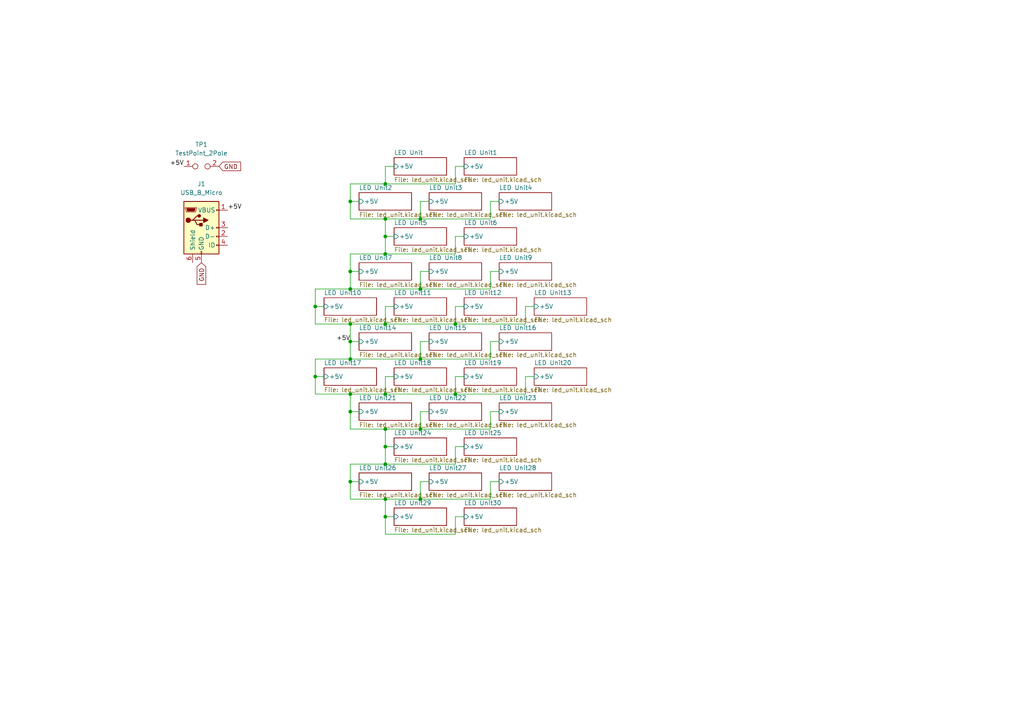
<source format=kicad_sch>
(kicad_sch (version 20211123) (generator eeschema)
  (paper "A4")
  (lib_symbols
    (symbol "Connector:TestPoint_2Pole" (pin_names (offset 0.762) hide)
      (property "Reference" "TP" (at 0 1.524 0))
      (property "Value" "TestPoint_2Pole" (at 0 -1.778 0))
      (symbol "TestPoint_2Pole_0_1"
        (circle (center -1.778 0) (radius 0.762))
        (circle (center 1.778 0) (radius 0.762))
        (pin passive line (at -5.08 0 0) (length 2.54) (name "1") (number "1"))
        (pin passive line (at 5.08 0 180) (length 2.54) (name "2") (number "2"))
      )
    )
    (symbol "Connector:USB_B_Micro" (pin_names (offset 1.016))
      (property "Reference" "J" (at -5.08 11.43 0))
      (property "Value" "USB_B_Micro" (at -5.08 8.89 0))
      (symbol "USB_B_Micro_0_1"
        (rectangle (start -5.08 -7.62) (end 5.08 7.62) (stroke (width 0.254)) (fill (type background)))
        (circle (center -3.81 2.159) (radius 0.635) (stroke (width 0.254)) (fill (type outline)))
        (circle (center -0.635 3.429) (radius 0.381) (stroke (width 0.254)) (fill (type outline)))
        (rectangle (start -0.127 -7.62) (end 0.127 -6.858))
        (polyline (pts (xy -1.905 2.159) (xy 0.635 2.159)) (stroke (width 0.254)))
        (polyline (pts (xy -3.175 2.159) (xy -2.54 2.159) (xy -1.27 3.429) (xy -0.635 3.429)) (stroke (width 0.254)))
        (polyline (pts (xy -2.54 2.159) (xy -1.905 2.159) (xy -1.27 0.889) (xy 0 0.889)) (stroke (width 0.254)))
        (polyline (pts (xy 0.635 2.794) (xy 0.635 1.524) (xy 1.905 2.159) (xy 0.635 2.794)) (stroke (width 0.254)) (fill (type outline)))
        (polyline (pts (xy -4.318 5.588) (xy -1.778 5.588) (xy -2.032 4.826) (xy -4.064 4.826) (xy -4.318 5.588)) (fill (type outline)))
        (polyline (pts (xy -4.699 5.842) (xy -4.699 5.588) (xy -4.445 4.826) (xy -4.445 4.572) (xy -1.651 4.572) (xy -1.651 4.826) (xy -1.397 5.588) (xy -1.397 5.842) (xy -4.699 5.842)))
        (rectangle (start 0.254 1.27) (end -0.508 0.508) (stroke (width 0.254)) (fill (type outline)))
        (rectangle (start 5.08 -5.207) (end 4.318 -4.953))
        (rectangle (start 5.08 -2.667) (end 4.318 -2.413))
        (rectangle (start 5.08 -0.127) (end 4.318 0.127))
        (rectangle (start 5.08 4.953) (end 4.318 5.207))
      )
      (symbol "USB_B_Micro_1_1"
        (pin power_out line (at 7.62 5.08 180) (length 2.54) (name "VBUS") (number "1"))
        (pin bidirectional line (at 7.62 -2.54 180) (length 2.54) (name "D-") (number "2"))
        (pin bidirectional line (at 7.62 0 180) (length 2.54) (name "D+") (number "3"))
        (pin passive line (at 7.62 -5.08 180) (length 2.54) (name "ID") (number "4"))
        (pin power_out line (at 0 -10.16 90) (length 2.54) (name "GND") (number "5"))
        (pin passive line (at -2.54 -10.16 90) (length 2.54) (name "Shield") (number "6"))
      )
    )
  )
  (junction (at 111.76 68.58))
  (junction (at 111.76 144.78))
  (junction (at 132.08 114.3))
  (junction (at 101.6 58.42))
  (junction (at 91.44 109.22))
  (junction (at 121.92 124.46))
  (junction (at 111.76 93.98))
  (junction (at 101.6 139.7))
  (junction (at 111.76 63.5))
  (junction (at 121.92 104.14))
  (junction (at 111.76 53.34))
  (junction (at 111.76 73.66))
  (junction (at 111.76 114.3))
  (junction (at 111.76 124.46))
  (junction (at 111.76 129.54))
  (junction (at 101.6 78.74))
  (junction (at 91.44 88.9))
  (junction (at 101.6 99.06))
  (junction (at 101.6 93.98))
  (junction (at 101.6 104.14))
  (junction (at 101.6 119.38))
  (junction (at 111.76 149.86))
  (junction (at 111.76 134.62))
  (junction (at 121.92 63.5))
  (junction (at 101.6 114.3))
  (junction (at 101.6 83.82))
  (junction (at 132.08 93.98))
  (junction (at 121.92 144.78))
  (junction (at 121.92 83.82))
  (wire (pts (xy 111.76 144.78) (xy 111.76 149.86)))
  (wire (pts (xy 121.92 63.5) (xy 142.24 63.5)))
  (wire (pts (xy 101.6 139.7) (xy 101.6 144.78)))
  (wire (pts (xy 111.76 93.98) (xy 111.76 88.9)))
  (wire (pts (xy 111.76 63.5) (xy 121.92 63.5)))
  (wire (pts (xy 101.6 73.66) (xy 101.6 78.74)))
  (wire (pts (xy 121.92 83.82) (xy 121.92 78.74)))
  (wire (pts (xy 93.98 88.9) (xy 91.44 88.9)))
  (wire (pts (xy 111.76 129.54) (xy 111.76 134.62)))
  (wire (pts (xy 132.08 68.58) (xy 134.62 68.58)))
  (wire (pts (xy 111.76 88.9) (xy 114.3 88.9)))
  (wire (pts (xy 121.92 139.7) (xy 124.46 139.7)))
  (wire (pts (xy 132.08 114.3) (xy 132.08 109.22)))
  (wire (pts (xy 93.98 109.22) (xy 91.44 109.22)))
  (wire (pts (xy 111.76 124.46) (xy 121.92 124.46)))
  (wire (pts (xy 121.92 144.78) (xy 142.24 144.78)))
  (wire (pts (xy 114.3 68.58) (xy 111.76 68.58)))
  (wire (pts (xy 132.08 88.9) (xy 134.62 88.9)))
  (wire (pts (xy 132.08 134.62) (xy 132.08 129.54)))
  (wire (pts (xy 101.6 114.3) (xy 111.76 114.3)))
  (wire (pts (xy 152.4 88.9) (xy 154.94 88.9)))
  (wire (pts (xy 111.76 53.34) (xy 132.08 53.34)))
  (wire (pts (xy 142.24 99.06) (xy 144.78 99.06)))
  (wire (pts (xy 101.6 104.14) (xy 101.6 99.06)))
  (wire (pts (xy 152.4 114.3) (xy 152.4 109.22)))
  (wire (pts (xy 111.76 114.3) (xy 111.76 109.22)))
  (wire (pts (xy 111.76 134.62) (xy 101.6 134.62)))
  (wire (pts (xy 91.44 104.14) (xy 101.6 104.14)))
  (wire (pts (xy 91.44 93.98) (xy 101.6 93.98)))
  (wire (pts (xy 101.6 124.46) (xy 111.76 124.46)))
  (wire (pts (xy 101.6 53.34) (xy 101.6 58.42)))
  (wire (pts (xy 91.44 104.14) (xy 91.44 109.22)))
  (wire (pts (xy 111.76 73.66) (xy 132.08 73.66)))
  (wire (pts (xy 111.76 134.62) (xy 132.08 134.62)))
  (wire (pts (xy 104.14 58.42) (xy 101.6 58.42)))
  (wire (pts (xy 111.76 154.94) (xy 132.08 154.94)))
  (wire (pts (xy 121.92 63.5) (xy 121.92 58.42)))
  (wire (pts (xy 101.6 144.78) (xy 111.76 144.78)))
  (wire (pts (xy 101.6 134.62) (xy 101.6 139.7)))
  (wire (pts (xy 91.44 83.82) (xy 91.44 88.9)))
  (wire (pts (xy 111.76 63.5) (xy 111.76 68.58)))
  (wire (pts (xy 132.08 73.66) (xy 132.08 68.58)))
  (wire (pts (xy 132.08 109.22) (xy 134.62 109.22)))
  (wire (pts (xy 111.76 144.78) (xy 121.92 144.78)))
  (wire (pts (xy 111.76 149.86) (xy 111.76 154.94)))
  (wire (pts (xy 132.08 93.98) (xy 152.4 93.98)))
  (wire (pts (xy 142.24 58.42) (xy 144.78 58.42)))
  (wire (pts (xy 114.3 129.54) (xy 111.76 129.54)))
  (wire (pts (xy 111.76 53.34) (xy 101.6 53.34)))
  (wire (pts (xy 121.92 119.38) (xy 124.46 119.38)))
  (wire (pts (xy 111.76 93.98) (xy 132.08 93.98)))
  (wire (pts (xy 114.3 149.86) (xy 111.76 149.86)))
  (wire (pts (xy 132.08 129.54) (xy 134.62 129.54)))
  (wire (pts (xy 121.92 124.46) (xy 121.92 119.38)))
  (wire (pts (xy 101.6 104.14) (xy 121.92 104.14)))
  (wire (pts (xy 121.92 58.42) (xy 124.46 58.42)))
  (wire (pts (xy 111.76 48.26) (xy 111.76 53.34)))
  (wire (pts (xy 101.6 83.82) (xy 91.44 83.82)))
  (wire (pts (xy 111.76 109.22) (xy 114.3 109.22)))
  (wire (pts (xy 104.14 119.38) (xy 101.6 119.38)))
  (wire (pts (xy 121.92 99.06) (xy 124.46 99.06)))
  (wire (pts (xy 142.24 124.46) (xy 142.24 119.38)))
  (wire (pts (xy 121.92 78.74) (xy 124.46 78.74)))
  (wire (pts (xy 142.24 139.7) (xy 144.78 139.7)))
  (wire (pts (xy 111.76 124.46) (xy 111.76 129.54)))
  (wire (pts (xy 142.24 63.5) (xy 142.24 58.42)))
  (wire (pts (xy 142.24 104.14) (xy 142.24 99.06)))
  (wire (pts (xy 132.08 154.94) (xy 132.08 149.86)))
  (wire (pts (xy 101.6 63.5) (xy 111.76 63.5)))
  (wire (pts (xy 121.92 124.46) (xy 142.24 124.46)))
  (wire (pts (xy 152.4 109.22) (xy 154.94 109.22)))
  (wire (pts (xy 91.44 114.3) (xy 101.6 114.3)))
  (wire (pts (xy 91.44 88.9) (xy 91.44 93.98)))
  (wire (pts (xy 132.08 149.86) (xy 134.62 149.86)))
  (wire (pts (xy 101.6 83.82) (xy 121.92 83.82)))
  (wire (pts (xy 101.6 93.98) (xy 111.76 93.98)))
  (wire (pts (xy 132.08 93.98) (xy 132.08 88.9)))
  (wire (pts (xy 121.92 104.14) (xy 142.24 104.14)))
  (wire (pts (xy 114.3 48.26) (xy 111.76 48.26)))
  (wire (pts (xy 142.24 78.74) (xy 144.78 78.74)))
  (wire (pts (xy 91.44 109.22) (xy 91.44 114.3)))
  (wire (pts (xy 121.92 83.82) (xy 142.24 83.82)))
  (wire (pts (xy 101.6 93.98) (xy 101.6 99.06)))
  (wire (pts (xy 111.76 68.58) (xy 111.76 73.66)))
  (wire (pts (xy 101.6 78.74) (xy 101.6 83.82)))
  (wire (pts (xy 111.76 114.3) (xy 132.08 114.3)))
  (wire (pts (xy 132.08 48.26) (xy 134.62 48.26)))
  (wire (pts (xy 101.6 119.38) (xy 101.6 124.46)))
  (wire (pts (xy 104.14 78.74) (xy 101.6 78.74)))
  (wire (pts (xy 142.24 144.78) (xy 142.24 139.7)))
  (wire (pts (xy 101.6 58.42) (xy 101.6 63.5)))
  (wire (pts (xy 152.4 93.98) (xy 152.4 88.9)))
  (wire (pts (xy 142.24 83.82) (xy 142.24 78.74)))
  (wire (pts (xy 132.08 114.3) (xy 152.4 114.3)))
  (wire (pts (xy 121.92 144.78) (xy 121.92 139.7)))
  (wire (pts (xy 101.6 99.06) (xy 104.14 99.06)))
  (wire (pts (xy 101.6 114.3) (xy 101.6 119.38)))
  (wire (pts (xy 104.14 139.7) (xy 101.6 139.7)))
  (wire (pts (xy 111.76 73.66) (xy 101.6 73.66)))
  (wire (pts (xy 121.92 104.14) (xy 121.92 99.06)))
  (wire (pts (xy 142.24 119.38) (xy 144.78 119.38)))
  (wire (pts (xy 132.08 53.34) (xy 132.08 48.26)))
  (label "+5V" (at 53.34 48.26 180))
  (label "+5V" (at 101.6 99.06 180))
  (label "+5V" (at 66.04 60.96 0))
  (global_label "GND" (shape input) (at 63.5 48.26 0) (property "Intersheet References" "${INTERSHEET_REFS}" (effects hide)))
  (global_label "GND" (shape input) (at 58.42 76.2 270) (property "Intersheet References" "${INTERSHEET_REFS}" (effects hide)))
  (symbol (lib_id "Connector:TestPoint_2Pole") (at 58.42 48.26 0) (unit 1)
    (property "Reference" "TP1" (at 58.42 41.91 0))
    (property "Value" "TestPoint_2Pole" (at 58.42 44.45 0))
    (property "Footprint" "TestPoint:TestPoint_2Pads_Pitch5.08mm_Drill1.3mm" (effects hide))
  )
  (symbol (lib_id "Connector:USB_B_Micro") (at 58.42 66.04 0) (unit 1)
    (property "Reference" "J1" (at 58.42 53.34 0))
    (property "Value" "USB_B_Micro" (at 58.42 55.88 0))
    (property "Footprint" "Connector_USB:USB_Micro-B_Wuerth_614105150721_Vertical" (effects hide))
  )
  (sheet (at 144.78 137.16) (size 15.24 5.08) (stroke (width 0.1524))
    (property "Sheet name" "LED Unit28" (at 144.78 136.4484 0) (effects (justify left bottom)))
    (property "Sheet file" "led_unit.kicad_sch" (at 144.78 142.8246 0) (effects (justify left top)))
    (pin "+5V" input (at 144.78 139.7 180))
  )
  (sheet (at 124.46 116.84) (size 15.24 5.08) (stroke (width 0.1524))
    (property "Sheet name" "LED Unit22" (at 124.46 116.1284 0) (effects (justify left bottom)))
    (property "Sheet file" "led_unit.kicad_sch" (at 124.46 122.5046 0) (effects (justify left top)))
    (pin "+5V" input (at 124.46 119.38 180))
  )
  (sheet (at 134.62 45.72) (size 15.24 5.08) (stroke (width 0.1524))
    (property "Sheet name" "LED Unit1" (at 134.62 45.0084 0) (effects (justify left bottom)))
    (property "Sheet file" "led_unit.kicad_sch" (at 134.62 51.3846 0) (effects (justify left top)))
    (pin "+5V" input (at 134.62 48.26 180))
  )
  (sheet (at 134.62 127) (size 15.24 5.08) (stroke (width 0.1524))
    (property "Sheet name" "LED Unit25" (at 134.62 126.2884 0) (effects (justify left bottom)))
    (property "Sheet file" "led_unit.kicad_sch" (at 134.62 132.6646 0) (effects (justify left top)))
    (pin "+5V" input (at 134.62 129.54 180))
  )
  (sheet (at 134.62 66.04) (size 15.24 5.08) (stroke (width 0.1524))
    (property "Sheet name" "LED Unit6" (at 134.62 65.3284 0) (effects (justify left bottom)))
    (property "Sheet file" "led_unit.kicad_sch" (at 134.62 71.7046 0) (effects (justify left top)))
    (pin "+5V" input (at 134.62 68.58 180))
  )
  (sheet (at 134.62 147.32) (size 15.24 5.08) (stroke (width 0.1524))
    (property "Sheet name" "LED Unit30" (at 134.62 146.6084 0) (effects (justify left bottom)))
    (property "Sheet file" "led_unit.kicad_sch" (at 134.62 152.9846 0) (effects (justify left top)))
    (pin "+5V" input (at 134.62 149.86 180))
  )
  (sheet (at 134.62 86.36) (size 15.24 5.08) (stroke (width 0.1524))
    (property "Sheet name" "LED Unit12" (at 134.62 85.6484 0) (effects (justify left bottom)))
    (property "Sheet file" "led_unit.kicad_sch" (at 134.62 92.0246 0) (effects (justify left top)))
    (pin "+5V" input (at 134.62 88.9 180))
  )
  (sheet (at 144.78 55.88) (size 15.24 5.08) (stroke (width 0.1524))
    (property "Sheet name" "LED Unit4" (at 144.78 55.1684 0) (effects (justify left bottom)))
    (property "Sheet file" "led_unit.kicad_sch" (at 144.78 61.5446 0) (effects (justify left top)))
    (pin "+5V" input (at 144.78 58.42 180))
  )
  (sheet (at 114.3 106.68) (size 15.24 5.08) (stroke (width 0.1524))
    (property "Sheet name" "LED Unit18" (at 114.3 105.9684 0) (effects (justify left bottom)))
    (property "Sheet file" "led_unit.kicad_sch" (at 114.3 112.3446 0) (effects (justify left top)))
    (pin "+5V" input (at 114.3 109.22 180))
  )
  (sheet (at 154.94 86.36) (size 15.24 5.08) (stroke (width 0.1524))
    (property "Sheet name" "LED Unit13" (at 154.94 85.6484 0) (effects (justify left bottom)))
    (property "Sheet file" "led_unit.kicad_sch" (at 154.94 92.0246 0) (effects (justify left top)))
    (pin "+5V" input (at 154.94 88.9 180))
  )
  (sheet (at 104.14 55.88) (size 15.24 5.08) (stroke (width 0.1524))
    (property "Sheet name" "LED Unit2" (at 104.14 55.1684 0) (effects (justify left bottom)))
    (property "Sheet file" "led_unit.kicad_sch" (at 104.14 61.5446 0) (effects (justify left top)))
    (pin "+5V" input (at 104.14 58.42 180))
  )
  (sheet (at 104.14 96.52) (size 15.24 5.08) (stroke (width 0.1524))
    (property "Sheet name" "LED Unit14" (at 104.14 95.8084 0) (effects (justify left bottom)))
    (property "Sheet file" "led_unit.kicad_sch" (at 104.14 102.1846 0) (effects (justify left top)))
    (pin "+5V" input (at 104.14 99.06 180))
  )
  (sheet (at 93.98 106.68) (size 15.24 5.08) (stroke (width 0.1524))
    (property "Sheet name" "LED Unit17" (at 93.98 105.9684 0) (effects (justify left bottom)))
    (property "Sheet file" "led_unit.kicad_sch" (at 93.98 112.3446 0) (effects (justify left top)))
    (pin "+5V" input (at 93.98 109.22 180))
  )
  (sheet (at 114.3 147.32) (size 15.24 5.08) (stroke (width 0.1524))
    (property "Sheet name" "LED Unit29" (at 114.3 146.6084 0) (effects (justify left bottom)))
    (property "Sheet file" "led_unit.kicad_sch" (at 114.3 152.9846 0) (effects (justify left top)))
    (pin "+5V" input (at 114.3 149.86 180))
  )
  (sheet (at 104.14 76.2) (size 15.24 5.08) (stroke (width 0.1524))
    (property "Sheet name" "LED Unit7" (at 104.14 75.4884 0) (effects (justify left bottom)))
    (property "Sheet file" "led_unit.kicad_sch" (at 104.14 81.8646 0) (effects (justify left top)))
    (pin "+5V" input (at 104.14 78.74 180))
  )
  (sheet (at 154.94 106.68) (size 15.24 5.08) (stroke (width 0.1524))
    (property "Sheet name" "LED Unit20" (at 154.94 105.9684 0) (effects (justify left bottom)))
    (property "Sheet file" "led_unit.kicad_sch" (at 154.94 112.3446 0) (effects (justify left top)))
    (pin "+5V" input (at 154.94 109.22 180))
  )
  (sheet (at 104.14 116.84) (size 15.24 5.08) (stroke (width 0.1524))
    (property "Sheet name" "LED Unit21" (at 104.14 116.1284 0) (effects (justify left bottom)))
    (property "Sheet file" "led_unit.kicad_sch" (at 104.14 122.5046 0) (effects (justify left top)))
    (pin "+5V" input (at 104.14 119.38 180))
  )
  (sheet (at 124.46 76.2) (size 15.24 5.08) (stroke (width 0.1524))
    (property "Sheet name" "LED Unit8" (at 124.46 75.4884 0) (effects (justify left bottom)))
    (property "Sheet file" "led_unit.kicad_sch" (at 124.46 81.8646 0) (effects (justify left top)))
    (pin "+5V" input (at 124.46 78.74 180))
  )
  (sheet (at 144.78 76.2) (size 15.24 5.08) (stroke (width 0.1524))
    (property "Sheet name" "LED Unit9" (at 144.78 75.4884 0) (effects (justify left bottom)))
    (property "Sheet file" "led_unit.kicad_sch" (at 144.78 81.8646 0) (effects (justify left top)))
    (pin "+5V" input (at 144.78 78.74 180))
  )
  (sheet (at 144.78 96.52) (size 15.24 5.08) (stroke (width 0.1524))
    (property "Sheet name" "LED Unit16" (at 144.78 95.8084 0) (effects (justify left bottom)))
    (property "Sheet file" "led_unit.kicad_sch" (at 144.78 102.1846 0) (effects (justify left top)))
    (pin "+5V" input (at 144.78 99.06 180))
  )
  (sheet (at 114.3 66.04) (size 15.24 5.08) (stroke (width 0.1524))
    (property "Sheet name" "LED Unit5" (at 114.3 65.3284 0) (effects (justify left bottom)))
    (property "Sheet file" "led_unit.kicad_sch" (at 114.3 71.7046 0) (effects (justify left top)))
    (pin "+5V" input (at 114.3 68.58 180))
  )
  (sheet (at 124.46 55.88) (size 15.24 5.08) (stroke (width 0.1524))
    (property "Sheet name" "LED Unit3" (at 124.46 55.1684 0) (effects (justify left bottom)))
    (property "Sheet file" "led_unit.kicad_sch" (at 124.46 61.5446 0) (effects (justify left top)))
    (pin "+5V" input (at 124.46 58.42 180))
  )
  (sheet (at 114.3 127) (size 15.24 5.08) (stroke (width 0.1524))
    (property "Sheet name" "LED Unit24" (at 114.3 126.2884 0) (effects (justify left bottom)))
    (property "Sheet file" "led_unit.kicad_sch" (at 114.3 132.6646 0) (effects (justify left top)))
    (pin "+5V" input (at 114.3 129.54 180))
  )
  (sheet (at 144.78 116.84) (size 15.24 5.08) (stroke (width 0.1524))
    (property "Sheet name" "LED Unit23" (at 144.78 116.1284 0) (effects (justify left bottom)))
    (property "Sheet file" "led_unit.kicad_sch" (at 144.78 122.5046 0) (effects (justify left top)))
    (pin "+5V" input (at 144.78 119.38 180))
  )
  (sheet (at 124.46 96.52) (size 15.24 5.08) (stroke (width 0.1524))
    (property "Sheet name" "LED Unit15" (at 124.46 95.8084 0) (effects (justify left bottom)))
    (property "Sheet file" "led_unit.kicad_sch" (at 124.46 102.1846 0) (effects (justify left top)))
    (pin "+5V" input (at 124.46 99.06 180))
  )
  (sheet (at 114.3 86.36) (size 15.24 5.08) (stroke (width 0.1524))
    (property "Sheet name" "LED Unit11" (at 114.3 85.6484 0) (effects (justify left bottom)))
    (property "Sheet file" "led_unit.kicad_sch" (at 114.3 92.0246 0) (effects (justify left top)))
    (pin "+5V" input (at 114.3 88.9 180))
  )
  (sheet (at 134.62 106.68) (size 15.24 5.08) (stroke (width 0.1524))
    (property "Sheet name" "LED Unit19" (at 134.62 105.9684 0) (effects (justify left bottom)))
    (property "Sheet file" "led_unit.kicad_sch" (at 134.62 112.3446 0) (effects (justify left top)))
    (pin "+5V" input (at 134.62 109.22 180))
  )
  (sheet (at 124.46 137.16) (size 15.24 5.08) (stroke (width 0.1524))
    (property "Sheet name" "LED Unit27" (at 124.46 136.4484 0) (effects (justify left bottom)))
    (property "Sheet file" "led_unit.kicad_sch" (at 124.46 142.8246 0) (effects (justify left top)))
    (pin "+5V" input (at 124.46 139.7 180))
  )
  (sheet (at 104.14 137.16) (size 15.24 5.08) (stroke (width 0.1524))
    (property "Sheet name" "LED Unit26" (at 104.14 136.4484 0) (effects (justify left bottom)))
    (property "Sheet file" "led_unit.kicad_sch" (at 104.14 142.8246 0) (effects (justify left top)))
    (pin "+5V" input (at 104.14 139.7 180))
  )
  (sheet (at 93.98 86.36) (size 15.24 5.08) (stroke (width 0.1524))
    (property "Sheet name" "LED Unit10" (at 93.98 85.6484 0) (effects (justify left bottom)))
    (property "Sheet file" "led_unit.kicad_sch" (at 93.98 92.0246 0) (effects (justify left top)))
    (pin "+5V" input (at 93.98 88.9 180))
  )
  (sheet (at 114.3 45.72) (size 15.24 5.08) (stroke (width 0.1524))
    (property "Sheet name" "LED Unit" (at 114.3 45.0084 0) (effects (justify left bottom)))
    (property "Sheet file" "led_unit.kicad_sch" (at 114.3 51.3846 0) (effects (justify left top)))
    (pin "+5V" input (at 114.3 48.26 180))
  )
)
</source>
